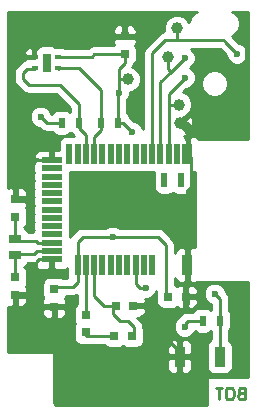
<source format=gbl>
G04 #@! TF.FileFunction,Copper,L2,Bot,Signal*
%FSLAX46Y46*%
G04 Gerber Fmt 4.6, Leading zero omitted, Abs format (unit mm)*
G04 Created by KiCad (PCBNEW 4.0.7-e2-6376~61~ubuntu18.04.1) date Mon Jun  4 01:42:22 2018*
%MOMM*%
%LPD*%
G01*
G04 APERTURE LIST*
%ADD10C,0.100000*%
%ADD11C,0.250000*%
%ADD12R,0.600000X0.350000*%
%ADD13R,0.700000X1.600000*%
%ADD14R,0.500000X1.200000*%
%ADD15R,0.900000X1.800000*%
%ADD16R,0.500000X1.800000*%
%ADD17R,1.800000X0.500000*%
%ADD18R,0.900000X1.700000*%
%ADD19R,1.000000X0.800000*%
%ADD20R,0.500000X0.900000*%
%ADD21C,1.000000*%
%ADD22R,0.800000X0.750000*%
%ADD23R,0.750000X0.800000*%
%ADD24C,0.600000*%
%ADD25C,0.254000*%
G04 APERTURE END LIST*
D10*
D11*
X119070333Y-130357571D02*
X118927476Y-130405190D01*
X118879857Y-130452810D01*
X118832238Y-130548048D01*
X118832238Y-130690905D01*
X118879857Y-130786143D01*
X118927476Y-130833762D01*
X119022714Y-130881381D01*
X119403667Y-130881381D01*
X119403667Y-129881381D01*
X119070333Y-129881381D01*
X118975095Y-129929000D01*
X118927476Y-129976619D01*
X118879857Y-130071857D01*
X118879857Y-130167095D01*
X118927476Y-130262333D01*
X118975095Y-130309952D01*
X119070333Y-130357571D01*
X119403667Y-130357571D01*
X118213191Y-129881381D02*
X118022714Y-129881381D01*
X117927476Y-129929000D01*
X117832238Y-130024238D01*
X117784619Y-130214714D01*
X117784619Y-130548048D01*
X117832238Y-130738524D01*
X117927476Y-130833762D01*
X118022714Y-130881381D01*
X118213191Y-130881381D01*
X118308429Y-130833762D01*
X118403667Y-130738524D01*
X118451286Y-130548048D01*
X118451286Y-130214714D01*
X118403667Y-130024238D01*
X118308429Y-129929000D01*
X118213191Y-129881381D01*
X117498905Y-129881381D02*
X116927476Y-129881381D01*
X117213191Y-130881381D02*
X117213191Y-129881381D01*
D12*
X101616000Y-102862000D03*
X101616000Y-101862000D03*
X103616000Y-102862000D03*
D13*
X102616000Y-102362000D03*
D12*
X103616000Y-101862000D03*
D14*
X112594000Y-112308000D03*
X113994000Y-112308000D03*
D15*
X114544000Y-110108000D03*
D16*
X113644000Y-110108000D03*
X112944000Y-110108000D03*
X112244000Y-110108000D03*
X111544000Y-110108000D03*
X110844000Y-110108000D03*
X110144000Y-110108000D03*
X109444000Y-110108000D03*
X108744000Y-110108000D03*
X108044000Y-110108000D03*
X107344000Y-110108000D03*
X106644000Y-110108000D03*
X105944000Y-110108000D03*
X105244000Y-110108000D03*
X104544000Y-110108000D03*
D17*
X103044000Y-110608000D03*
X103044000Y-111308000D03*
X103044000Y-112008000D03*
X103044000Y-112708000D03*
X103044000Y-113408000D03*
X103044000Y-114108000D03*
X103044000Y-114808000D03*
X103044000Y-115508000D03*
X103044000Y-116208000D03*
X103044000Y-116908000D03*
X103044000Y-117608000D03*
X103044000Y-118308000D03*
X103044000Y-119008000D03*
D15*
X114544000Y-119508000D03*
D16*
X111544000Y-119508000D03*
X110844000Y-119508000D03*
X110144000Y-119508000D03*
X109444000Y-119508000D03*
X108744000Y-119508000D03*
X108044000Y-119508000D03*
X107344000Y-119508000D03*
X106644000Y-119508000D03*
X105944000Y-119508000D03*
X105244000Y-119508000D03*
D18*
X117270000Y-127254000D03*
X113870000Y-127254000D03*
D19*
X99949000Y-117283000D03*
X99949000Y-118683000D03*
D20*
X107200000Y-107442000D03*
X108700000Y-107442000D03*
X103898000Y-107442000D03*
X105398000Y-107442000D03*
X115836000Y-124206000D03*
X117336000Y-124206000D03*
D21*
X112903000Y-101854000D03*
X113893600Y-107492800D03*
X113665000Y-99441000D03*
X113817400Y-105918000D03*
X109474000Y-103759000D03*
D22*
X109970000Y-122936000D03*
X108470000Y-122936000D03*
D23*
X103251000Y-121551000D03*
X103251000Y-123051000D03*
D22*
X114415000Y-122174000D03*
X112915000Y-122174000D03*
D23*
X99949000Y-122035000D03*
X99949000Y-120535000D03*
X99949000Y-113931000D03*
X99949000Y-115431000D03*
X109220000Y-101651500D03*
X109220000Y-100151500D03*
X105918000Y-123710000D03*
X105918000Y-125210000D03*
D22*
X108343000Y-125476000D03*
X109843000Y-125476000D03*
D24*
X119253000Y-100457000D03*
X106807000Y-115824000D03*
X101727000Y-122235000D03*
X101346000Y-113792000D03*
X105029000Y-127889000D03*
X108712000Y-104902000D03*
X114300000Y-124714000D03*
X108204000Y-117094000D03*
X109855000Y-108204000D03*
X102108000Y-106934000D03*
X114300000Y-103632000D03*
X114300000Y-101981000D03*
X118745000Y-101600000D03*
X110998000Y-121412000D03*
X116840000Y-121920000D03*
D11*
X101616000Y-101862000D02*
X100973000Y-101862000D01*
X107874500Y-100151500D02*
X109220000Y-100151500D01*
X107378500Y-100647500D02*
X107874500Y-100151500D01*
X101028500Y-100647500D02*
X107378500Y-100647500D01*
X100647500Y-101028500D02*
X101028500Y-100647500D01*
X100647500Y-101536500D02*
X100647500Y-101028500D01*
X100973000Y-101862000D02*
X100647500Y-101536500D01*
X114544000Y-110108000D02*
X114544000Y-108214000D01*
X114544000Y-108214000D02*
X114808000Y-107950000D01*
X113893600Y-107492800D02*
X114528600Y-107492800D01*
X114528600Y-107492800D02*
X114896900Y-107861100D01*
X119507000Y-100711000D02*
X119253000Y-100457000D01*
X119507000Y-105537000D02*
X119507000Y-100711000D01*
X118237000Y-106807000D02*
X119507000Y-105537000D01*
X115951000Y-106807000D02*
X118237000Y-106807000D01*
X114544000Y-108214000D02*
X114808000Y-107950000D01*
X114808000Y-107950000D02*
X114896900Y-107861100D01*
X114896900Y-107861100D02*
X115951000Y-106807000D01*
X113870000Y-127254000D02*
X113870000Y-126824000D01*
X113870000Y-126824000D02*
X113157000Y-126111000D01*
X114544000Y-115443000D02*
X107442000Y-115443000D01*
X107061000Y-115824000D02*
X106807000Y-115824000D01*
X107442000Y-115443000D02*
X107061000Y-115824000D01*
X114544000Y-119508000D02*
X114544000Y-115443000D01*
X114544000Y-115443000D02*
X114544000Y-113167000D01*
X114808000Y-112903000D02*
X114808000Y-110372000D01*
X114544000Y-113167000D02*
X114808000Y-112903000D01*
X114808000Y-110372000D02*
X114544000Y-110108000D01*
X99949000Y-122235000D02*
X101727000Y-122235000D01*
X99949000Y-113731000D02*
X101412000Y-113731000D01*
X101351000Y-113792000D02*
X101346000Y-113792000D01*
X101412000Y-113731000D02*
X101351000Y-113792000D01*
X103187500Y-125412500D02*
X104394000Y-126619000D01*
X104394000Y-126619000D02*
X104394000Y-127381000D01*
X101727000Y-122235000D02*
X101727000Y-123952000D01*
X101727000Y-123952000D02*
X103187500Y-125412500D01*
X103187500Y-125412500D02*
X103251000Y-125476000D01*
X99949000Y-113731000D02*
X99949000Y-111760000D01*
X101101000Y-110608000D02*
X103044000Y-110608000D01*
X99949000Y-111760000D02*
X100457000Y-111252000D01*
X100457000Y-111252000D02*
X101101000Y-110608000D01*
X101727000Y-122235000D02*
X101727000Y-122301000D01*
X103251000Y-123251000D02*
X103251000Y-125476000D01*
X114544000Y-119508000D02*
X114544000Y-122103000D01*
X114544000Y-122103000D02*
X114615000Y-122174000D01*
X114615000Y-122174000D02*
X114615000Y-122748000D01*
X114615000Y-122748000D02*
X114046000Y-123317000D01*
X111379000Y-122936000D02*
X110170000Y-122936000D01*
X103044000Y-119008000D02*
X101972000Y-119008000D01*
X101727000Y-119253000D02*
X101727000Y-122301000D01*
X101972000Y-119008000D02*
X101727000Y-119253000D01*
X113157000Y-126111000D02*
X113157000Y-123317000D01*
X104394000Y-127381000D02*
X104902000Y-127889000D01*
X114046000Y-123317000D02*
X113157000Y-123317000D01*
X113157000Y-123317000D02*
X112522000Y-123317000D01*
X111760000Y-123317000D02*
X111379000Y-122936000D01*
X112522000Y-123317000D02*
X111760000Y-123317000D01*
X105029000Y-127889000D02*
X111379000Y-127889000D01*
X111379000Y-127889000D02*
X113157000Y-126111000D01*
X104902000Y-127889000D02*
X105029000Y-127889000D01*
X109220000Y-101651500D02*
X106628500Y-101651500D01*
X106628500Y-101651500D02*
X106418000Y-101862000D01*
X109220000Y-101651500D02*
X109220000Y-102362000D01*
X109220000Y-102362000D02*
X108712000Y-102870000D01*
X106418000Y-101862000D02*
X103616000Y-101862000D01*
X109474000Y-103759000D02*
X108712000Y-103759000D01*
X108712000Y-102870000D02*
X108712000Y-103759000D01*
X108712000Y-103759000D02*
X108712000Y-104902000D01*
X108712000Y-104902000D02*
X108712000Y-104521000D01*
X108700000Y-104902000D02*
X108700000Y-104914000D01*
X108712000Y-104902000D02*
X108700000Y-104914000D01*
X115836000Y-124206000D02*
X114554000Y-124206000D01*
X114300000Y-124460000D02*
X114300000Y-124714000D01*
X114554000Y-124206000D02*
X114300000Y-124460000D01*
X103898000Y-107442000D02*
X102616000Y-107442000D01*
X109093000Y-107442000D02*
X108700000Y-107442000D01*
X109855000Y-108204000D02*
X109093000Y-107442000D01*
X102616000Y-107442000D02*
X102108000Y-106934000D01*
X108700000Y-107442000D02*
X108700000Y-106172000D01*
X108700000Y-106172000D02*
X108700000Y-105156000D01*
X108700000Y-105156000D02*
X108700000Y-104902000D01*
X103771000Y-107315000D02*
X103898000Y-107442000D01*
X105244000Y-119508000D02*
X105244000Y-117514000D01*
X105244000Y-117514000D02*
X105664000Y-117094000D01*
X105664000Y-117094000D02*
X108204000Y-117094000D01*
X112715000Y-117795000D02*
X112715000Y-122174000D01*
X108204000Y-117094000D02*
X112014000Y-117094000D01*
X112014000Y-117094000D02*
X112715000Y-117795000D01*
X105244000Y-119508000D02*
X105244000Y-120943000D01*
X104836000Y-121351000D02*
X103251000Y-121351000D01*
X105244000Y-120943000D02*
X104836000Y-121351000D01*
X108270000Y-122936000D02*
X108270000Y-123637000D01*
X110043000Y-124775000D02*
X110043000Y-125476000D01*
X109474000Y-124206000D02*
X110043000Y-124775000D01*
X108839000Y-124206000D02*
X109474000Y-124206000D01*
X108270000Y-123637000D02*
X108839000Y-124206000D01*
X106644000Y-119508000D02*
X106644000Y-122138000D01*
X107442000Y-122936000D02*
X108270000Y-122936000D01*
X106644000Y-122138000D02*
X107442000Y-122936000D01*
X99949000Y-120335000D02*
X99949000Y-118533000D01*
X103044000Y-118308000D02*
X101783000Y-118308000D01*
X101783000Y-118308000D02*
X101558000Y-118533000D01*
X101558000Y-118533000D02*
X99949000Y-118533000D01*
X99949000Y-120335000D02*
X99949000Y-120269000D01*
X103044000Y-117608000D02*
X101860000Y-117608000D01*
X101685000Y-117433000D02*
X99949000Y-117433000D01*
X101860000Y-117608000D02*
X101685000Y-117433000D01*
X103044000Y-117608000D02*
X101987000Y-117608000D01*
X99991000Y-117475000D02*
X99949000Y-117433000D01*
X99949000Y-115631000D02*
X99949000Y-117433000D01*
X112944000Y-105918000D02*
X113665000Y-105918000D01*
X112944000Y-110108000D02*
X112944000Y-105918000D01*
X112944000Y-105918000D02*
X112944000Y-104988000D01*
X112944000Y-104988000D02*
X114300000Y-103632000D01*
X112903000Y-101854000D02*
X112903000Y-102870000D01*
X112903000Y-102870000D02*
X113157000Y-103124000D01*
X112244000Y-110108000D02*
X112244000Y-104037000D01*
X112244000Y-104037000D02*
X113157000Y-103124000D01*
X113157000Y-103124000D02*
X114300000Y-101981000D01*
X113665000Y-99441000D02*
X113665000Y-100457000D01*
X113792000Y-100457000D02*
X117602000Y-100457000D01*
X118745000Y-101600000D02*
X117729000Y-100584000D01*
X117602000Y-100457000D02*
X117729000Y-100584000D01*
X111544000Y-103124000D02*
X111544000Y-101562000D01*
X112649000Y-100457000D02*
X113665000Y-100457000D01*
X113665000Y-100457000D02*
X113792000Y-100457000D01*
X111544000Y-101562000D02*
X112649000Y-100457000D01*
X111544000Y-103086000D02*
X111544000Y-103124000D01*
X111544000Y-103124000D02*
X111544000Y-110108000D01*
X107200000Y-107442000D02*
X107200000Y-104723500D01*
X105338500Y-102862000D02*
X103616000Y-102862000D01*
X107200000Y-104723500D02*
X105338500Y-102862000D01*
X103624000Y-102870000D02*
X103616000Y-102878000D01*
X107188000Y-107430000D02*
X107200000Y-107442000D01*
X106644000Y-110108000D02*
X106644000Y-108621000D01*
X107200000Y-108065000D02*
X107200000Y-107442000D01*
X106644000Y-108621000D02*
X107200000Y-108065000D01*
X105398000Y-107442000D02*
X105398000Y-105906000D01*
X100965000Y-102870000D02*
X101608000Y-102870000D01*
X100584000Y-103251000D02*
X100965000Y-102870000D01*
X100584000Y-103759000D02*
X100584000Y-103251000D01*
X101092000Y-104267000D02*
X100584000Y-103759000D01*
X103759000Y-104267000D02*
X101092000Y-104267000D01*
X105398000Y-105906000D02*
X103759000Y-104267000D01*
X101608000Y-102870000D02*
X101616000Y-102862000D01*
X105944000Y-110108000D02*
X105944000Y-108484000D01*
X105398000Y-107938000D02*
X105398000Y-107442000D01*
X105944000Y-108484000D02*
X105398000Y-107938000D01*
X105944000Y-119508000D02*
X105944000Y-123484000D01*
X105944000Y-123484000D02*
X105918000Y-123510000D01*
X108143000Y-125476000D02*
X105984000Y-125476000D01*
X105984000Y-125476000D02*
X105918000Y-125410000D01*
X117336000Y-124206000D02*
X117336000Y-122416000D01*
X110144000Y-121066000D02*
X110144000Y-119508000D01*
X110490000Y-121412000D02*
X110144000Y-121066000D01*
X110998000Y-121412000D02*
X110490000Y-121412000D01*
X117336000Y-122416000D02*
X116840000Y-121920000D01*
X117336000Y-124206000D02*
X117336000Y-127188000D01*
X117336000Y-127188000D02*
X117270000Y-127254000D01*
D25*
G36*
X115189000Y-118001452D02*
X115120310Y-117973000D01*
X114829750Y-117973000D01*
X114671000Y-118131750D01*
X114671000Y-119381000D01*
X114691000Y-119381000D01*
X114691000Y-119635000D01*
X114671000Y-119635000D01*
X114671000Y-120884250D01*
X114829750Y-121043000D01*
X115120310Y-121043000D01*
X115353699Y-120946327D01*
X115396026Y-120904000D01*
X119686000Y-120904000D01*
X119686000Y-128969000D01*
X116197238Y-128969000D01*
X116197238Y-131318000D01*
X103315339Y-131318000D01*
X103251000Y-130994548D01*
X103251000Y-127539750D01*
X112785000Y-127539750D01*
X112785000Y-128230310D01*
X112881673Y-128463699D01*
X113060302Y-128642327D01*
X113293691Y-128739000D01*
X113584250Y-128739000D01*
X113743000Y-128580250D01*
X113743000Y-127381000D01*
X113997000Y-127381000D01*
X113997000Y-128580250D01*
X114155750Y-128739000D01*
X114446309Y-128739000D01*
X114679698Y-128642327D01*
X114858327Y-128463699D01*
X114955000Y-128230310D01*
X114955000Y-127539750D01*
X114796250Y-127381000D01*
X113997000Y-127381000D01*
X113743000Y-127381000D01*
X112943750Y-127381000D01*
X112785000Y-127539750D01*
X103251000Y-127539750D01*
X103251000Y-127000000D01*
X103240994Y-126950590D01*
X103212553Y-126908965D01*
X103170159Y-126881685D01*
X103124000Y-126873000D01*
X99314000Y-126873000D01*
X99314000Y-123336750D01*
X102241000Y-123336750D01*
X102241000Y-123577309D01*
X102337673Y-123810698D01*
X102516301Y-123989327D01*
X102749690Y-124086000D01*
X102965250Y-124086000D01*
X103124000Y-123927250D01*
X103124000Y-123178000D01*
X103378000Y-123178000D01*
X103378000Y-123927250D01*
X103536750Y-124086000D01*
X103752310Y-124086000D01*
X103985699Y-123989327D01*
X104164327Y-123810698D01*
X104261000Y-123577309D01*
X104261000Y-123336750D01*
X104102250Y-123178000D01*
X103378000Y-123178000D01*
X103124000Y-123178000D01*
X102399750Y-123178000D01*
X102241000Y-123336750D01*
X99314000Y-123336750D01*
X99314000Y-123014624D01*
X99447690Y-123070000D01*
X99663250Y-123070000D01*
X99822000Y-122911250D01*
X99822000Y-122162000D01*
X100076000Y-122162000D01*
X100076000Y-122911250D01*
X100234750Y-123070000D01*
X100450310Y-123070000D01*
X100683699Y-122973327D01*
X100862327Y-122794698D01*
X100959000Y-122561309D01*
X100959000Y-122320750D01*
X100800250Y-122162000D01*
X100076000Y-122162000D01*
X99822000Y-122162000D01*
X99802000Y-122162000D01*
X99802000Y-121908000D01*
X99822000Y-121908000D01*
X99822000Y-121888000D01*
X100076000Y-121888000D01*
X100076000Y-121908000D01*
X100800250Y-121908000D01*
X100959000Y-121749250D01*
X100959000Y-121508691D01*
X100862327Y-121275302D01*
X100860957Y-121273932D01*
X100920431Y-121186890D01*
X100971440Y-120935000D01*
X100971440Y-120135000D01*
X100927162Y-119899683D01*
X100788090Y-119683559D01*
X100739721Y-119650510D01*
X100900441Y-119547090D01*
X101045431Y-119334890D01*
X101053914Y-119293000D01*
X101509000Y-119293000D01*
X101509000Y-119384309D01*
X101605673Y-119617698D01*
X101784301Y-119796327D01*
X102017690Y-119893000D01*
X102758250Y-119893000D01*
X102917000Y-119734250D01*
X102917000Y-119205440D01*
X103171000Y-119205440D01*
X103171000Y-119734250D01*
X103329750Y-119893000D01*
X104070310Y-119893000D01*
X104303699Y-119796327D01*
X104346560Y-119753466D01*
X104346560Y-120408000D01*
X104380994Y-120591000D01*
X103931209Y-120591000D01*
X103877890Y-120554569D01*
X103626000Y-120503560D01*
X102876000Y-120503560D01*
X102640683Y-120547838D01*
X102424559Y-120686910D01*
X102279569Y-120899110D01*
X102228560Y-121151000D01*
X102228560Y-121951000D01*
X102272838Y-122186317D01*
X102339329Y-122289646D01*
X102337673Y-122291302D01*
X102241000Y-122524691D01*
X102241000Y-122765250D01*
X102399750Y-122924000D01*
X103124000Y-122924000D01*
X103124000Y-122904000D01*
X103378000Y-122904000D01*
X103378000Y-122924000D01*
X104102250Y-122924000D01*
X104261000Y-122765250D01*
X104261000Y-122524691D01*
X104164327Y-122291302D01*
X104162957Y-122289932D01*
X104222431Y-122202890D01*
X104241039Y-122111000D01*
X104836000Y-122111000D01*
X105126839Y-122053148D01*
X105184000Y-122014954D01*
X105184000Y-122786426D01*
X105091559Y-122845910D01*
X104946569Y-123058110D01*
X104895560Y-123310000D01*
X104895560Y-124110000D01*
X104939838Y-124345317D01*
X105013620Y-124459978D01*
X104946569Y-124558110D01*
X104895560Y-124810000D01*
X104895560Y-125610000D01*
X104939838Y-125845317D01*
X105078910Y-126061441D01*
X105291110Y-126206431D01*
X105543000Y-126257440D01*
X106293000Y-126257440D01*
X106406944Y-126236000D01*
X107436156Y-126236000D01*
X107478910Y-126302441D01*
X107691110Y-126447431D01*
X107943000Y-126498440D01*
X108743000Y-126498440D01*
X108978317Y-126454162D01*
X109092978Y-126380380D01*
X109191110Y-126447431D01*
X109443000Y-126498440D01*
X110243000Y-126498440D01*
X110478317Y-126454162D01*
X110694441Y-126315090D01*
X110719995Y-126277690D01*
X112785000Y-126277690D01*
X112785000Y-126968250D01*
X112943750Y-127127000D01*
X113743000Y-127127000D01*
X113743000Y-125927750D01*
X113997000Y-125927750D01*
X113997000Y-127127000D01*
X114796250Y-127127000D01*
X114955000Y-126968250D01*
X114955000Y-126277690D01*
X114858327Y-126044301D01*
X114679698Y-125865673D01*
X114446309Y-125769000D01*
X114155750Y-125769000D01*
X113997000Y-125927750D01*
X113743000Y-125927750D01*
X113584250Y-125769000D01*
X113293691Y-125769000D01*
X113060302Y-125865673D01*
X112881673Y-126044301D01*
X112785000Y-126277690D01*
X110719995Y-126277690D01*
X110839431Y-126102890D01*
X110890440Y-125851000D01*
X110890440Y-125101000D01*
X110852463Y-124899167D01*
X113364838Y-124899167D01*
X113506883Y-125242943D01*
X113769673Y-125506192D01*
X114113201Y-125648838D01*
X114485167Y-125649162D01*
X114828943Y-125507117D01*
X115092192Y-125244327D01*
X115143038Y-125121877D01*
X115334110Y-125252431D01*
X115586000Y-125303440D01*
X116086000Y-125303440D01*
X116321317Y-125259162D01*
X116537441Y-125120090D01*
X116576000Y-125063657D01*
X116576000Y-125806425D01*
X116368559Y-125939910D01*
X116223569Y-126152110D01*
X116172560Y-126404000D01*
X116172560Y-128104000D01*
X116216838Y-128339317D01*
X116355910Y-128555441D01*
X116568110Y-128700431D01*
X116820000Y-128751440D01*
X117720000Y-128751440D01*
X117955317Y-128707162D01*
X118171441Y-128568090D01*
X118316431Y-128355890D01*
X118367440Y-128104000D01*
X118367440Y-126404000D01*
X118323162Y-126168683D01*
X118184090Y-125952559D01*
X118096000Y-125892370D01*
X118096000Y-125034386D01*
X118182431Y-124907890D01*
X118233440Y-124656000D01*
X118233440Y-123756000D01*
X118189162Y-123520683D01*
X118096000Y-123375905D01*
X118096000Y-122416000D01*
X118038148Y-122125161D01*
X117873401Y-121878599D01*
X117775122Y-121780320D01*
X117775162Y-121734833D01*
X117633117Y-121391057D01*
X117370327Y-121127808D01*
X117026799Y-120985162D01*
X116654833Y-120984838D01*
X116311057Y-121126883D01*
X116047808Y-121389673D01*
X115905162Y-121733201D01*
X115904838Y-122105167D01*
X116046883Y-122448943D01*
X116309673Y-122712192D01*
X116576000Y-122822781D01*
X116576000Y-123344824D01*
X116550090Y-123304559D01*
X116337890Y-123159569D01*
X116086000Y-123108560D01*
X115586000Y-123108560D01*
X115350683Y-123152838D01*
X115134559Y-123291910D01*
X115029274Y-123446000D01*
X114554000Y-123446000D01*
X114263160Y-123503852D01*
X114016599Y-123668599D01*
X113762599Y-123922599D01*
X113749100Y-123942802D01*
X113507808Y-124183673D01*
X113365162Y-124527201D01*
X113364838Y-124899167D01*
X110852463Y-124899167D01*
X110846162Y-124865683D01*
X110803000Y-124798607D01*
X110803000Y-124775000D01*
X110745148Y-124484161D01*
X110580401Y-124237599D01*
X110288802Y-123946000D01*
X110496309Y-123946000D01*
X110729698Y-123849327D01*
X110908327Y-123670699D01*
X111005000Y-123437310D01*
X111005000Y-123221750D01*
X110846250Y-123063000D01*
X110097000Y-123063000D01*
X110097000Y-123083000D01*
X109843000Y-123083000D01*
X109843000Y-123063000D01*
X109823000Y-123063000D01*
X109823000Y-122809000D01*
X109843000Y-122809000D01*
X109843000Y-122789000D01*
X110097000Y-122789000D01*
X110097000Y-122809000D01*
X110846250Y-122809000D01*
X111005000Y-122650250D01*
X111005000Y-122434690D01*
X110968667Y-122346975D01*
X111183167Y-122347162D01*
X111526943Y-122205117D01*
X111790192Y-121942327D01*
X111884555Y-121715077D01*
X111867560Y-121799000D01*
X111867560Y-122549000D01*
X111911838Y-122784317D01*
X112050910Y-123000441D01*
X112263110Y-123145431D01*
X112515000Y-123196440D01*
X113315000Y-123196440D01*
X113550317Y-123152162D01*
X113653646Y-123085671D01*
X113655302Y-123087327D01*
X113888691Y-123184000D01*
X114129250Y-123184000D01*
X114288000Y-123025250D01*
X114288000Y-122301000D01*
X114542000Y-122301000D01*
X114542000Y-123025250D01*
X114700750Y-123184000D01*
X114941309Y-123184000D01*
X115174698Y-123087327D01*
X115353327Y-122908699D01*
X115450000Y-122675310D01*
X115450000Y-122459750D01*
X115291250Y-122301000D01*
X114542000Y-122301000D01*
X114288000Y-122301000D01*
X114268000Y-122301000D01*
X114268000Y-122047000D01*
X114288000Y-122047000D01*
X114288000Y-121322750D01*
X114542000Y-121322750D01*
X114542000Y-122047000D01*
X115291250Y-122047000D01*
X115450000Y-121888250D01*
X115450000Y-121672690D01*
X115353327Y-121439301D01*
X115174698Y-121260673D01*
X114941309Y-121164000D01*
X114700750Y-121164000D01*
X114542000Y-121322750D01*
X114288000Y-121322750D01*
X114129250Y-121164000D01*
X113888691Y-121164000D01*
X113655302Y-121260673D01*
X113653932Y-121262043D01*
X113566890Y-121202569D01*
X113475000Y-121183961D01*
X113475000Y-120572936D01*
X113555673Y-120767698D01*
X113734301Y-120946327D01*
X113967690Y-121043000D01*
X114258250Y-121043000D01*
X114417000Y-120884250D01*
X114417000Y-119635000D01*
X114397000Y-119635000D01*
X114397000Y-119381000D01*
X114417000Y-119381000D01*
X114417000Y-118131750D01*
X114258250Y-117973000D01*
X113967690Y-117973000D01*
X113734301Y-118069673D01*
X113555673Y-118248302D01*
X113475000Y-118443064D01*
X113475000Y-117795000D01*
X113417148Y-117504161D01*
X113252401Y-117257599D01*
X112551401Y-116556599D01*
X112304839Y-116391852D01*
X112014000Y-116334000D01*
X108766463Y-116334000D01*
X108734327Y-116301808D01*
X108390799Y-116159162D01*
X108018833Y-116158838D01*
X107675057Y-116300883D01*
X107641882Y-116334000D01*
X105664000Y-116334000D01*
X105373161Y-116391852D01*
X105126599Y-116556599D01*
X104706599Y-116976599D01*
X104591440Y-117148947D01*
X104591440Y-116658000D01*
X104571933Y-116554329D01*
X104591440Y-116458000D01*
X104591440Y-115958000D01*
X104571933Y-115854329D01*
X104591440Y-115758000D01*
X104591440Y-115258000D01*
X104571933Y-115154329D01*
X104591440Y-115058000D01*
X104591440Y-114558000D01*
X104571933Y-114454329D01*
X104591440Y-114358000D01*
X104591440Y-113858000D01*
X104571933Y-113754329D01*
X104591440Y-113658000D01*
X104591440Y-113158000D01*
X104571933Y-113054329D01*
X104591440Y-112958000D01*
X104591440Y-112458000D01*
X104571933Y-112354329D01*
X104591440Y-112258000D01*
X104591440Y-111758000D01*
X104572142Y-111655440D01*
X104794000Y-111655440D01*
X104897671Y-111635933D01*
X104994000Y-111655440D01*
X105494000Y-111655440D01*
X105597671Y-111635933D01*
X105694000Y-111655440D01*
X106194000Y-111655440D01*
X106297671Y-111635933D01*
X106394000Y-111655440D01*
X106894000Y-111655440D01*
X106997671Y-111635933D01*
X107094000Y-111655440D01*
X107594000Y-111655440D01*
X107697671Y-111635933D01*
X107794000Y-111655440D01*
X108294000Y-111655440D01*
X108397671Y-111635933D01*
X108494000Y-111655440D01*
X108994000Y-111655440D01*
X109097671Y-111635933D01*
X109194000Y-111655440D01*
X109694000Y-111655440D01*
X109797671Y-111635933D01*
X109894000Y-111655440D01*
X110394000Y-111655440D01*
X110497671Y-111635933D01*
X110594000Y-111655440D01*
X111094000Y-111655440D01*
X111197671Y-111635933D01*
X111294000Y-111655440D01*
X111707204Y-111655440D01*
X111696560Y-111708000D01*
X111696560Y-112908000D01*
X111740838Y-113143317D01*
X111879910Y-113359441D01*
X112092110Y-113504431D01*
X112344000Y-113555440D01*
X112844000Y-113555440D01*
X113079317Y-113511162D01*
X113295441Y-113372090D01*
X113296390Y-113370701D01*
X113492110Y-113504431D01*
X113744000Y-113555440D01*
X114244000Y-113555440D01*
X114479317Y-113511162D01*
X114695441Y-113372090D01*
X114840431Y-113159890D01*
X114891440Y-112908000D01*
X114891440Y-111708000D01*
X114879209Y-111643000D01*
X115120310Y-111643000D01*
X115189000Y-111614548D01*
X115189000Y-118001452D01*
X115189000Y-118001452D01*
G37*
X115189000Y-118001452D02*
X115120310Y-117973000D01*
X114829750Y-117973000D01*
X114671000Y-118131750D01*
X114671000Y-119381000D01*
X114691000Y-119381000D01*
X114691000Y-119635000D01*
X114671000Y-119635000D01*
X114671000Y-120884250D01*
X114829750Y-121043000D01*
X115120310Y-121043000D01*
X115353699Y-120946327D01*
X115396026Y-120904000D01*
X119686000Y-120904000D01*
X119686000Y-128969000D01*
X116197238Y-128969000D01*
X116197238Y-131318000D01*
X103315339Y-131318000D01*
X103251000Y-130994548D01*
X103251000Y-127539750D01*
X112785000Y-127539750D01*
X112785000Y-128230310D01*
X112881673Y-128463699D01*
X113060302Y-128642327D01*
X113293691Y-128739000D01*
X113584250Y-128739000D01*
X113743000Y-128580250D01*
X113743000Y-127381000D01*
X113997000Y-127381000D01*
X113997000Y-128580250D01*
X114155750Y-128739000D01*
X114446309Y-128739000D01*
X114679698Y-128642327D01*
X114858327Y-128463699D01*
X114955000Y-128230310D01*
X114955000Y-127539750D01*
X114796250Y-127381000D01*
X113997000Y-127381000D01*
X113743000Y-127381000D01*
X112943750Y-127381000D01*
X112785000Y-127539750D01*
X103251000Y-127539750D01*
X103251000Y-127000000D01*
X103240994Y-126950590D01*
X103212553Y-126908965D01*
X103170159Y-126881685D01*
X103124000Y-126873000D01*
X99314000Y-126873000D01*
X99314000Y-123336750D01*
X102241000Y-123336750D01*
X102241000Y-123577309D01*
X102337673Y-123810698D01*
X102516301Y-123989327D01*
X102749690Y-124086000D01*
X102965250Y-124086000D01*
X103124000Y-123927250D01*
X103124000Y-123178000D01*
X103378000Y-123178000D01*
X103378000Y-123927250D01*
X103536750Y-124086000D01*
X103752310Y-124086000D01*
X103985699Y-123989327D01*
X104164327Y-123810698D01*
X104261000Y-123577309D01*
X104261000Y-123336750D01*
X104102250Y-123178000D01*
X103378000Y-123178000D01*
X103124000Y-123178000D01*
X102399750Y-123178000D01*
X102241000Y-123336750D01*
X99314000Y-123336750D01*
X99314000Y-123014624D01*
X99447690Y-123070000D01*
X99663250Y-123070000D01*
X99822000Y-122911250D01*
X99822000Y-122162000D01*
X100076000Y-122162000D01*
X100076000Y-122911250D01*
X100234750Y-123070000D01*
X100450310Y-123070000D01*
X100683699Y-122973327D01*
X100862327Y-122794698D01*
X100959000Y-122561309D01*
X100959000Y-122320750D01*
X100800250Y-122162000D01*
X100076000Y-122162000D01*
X99822000Y-122162000D01*
X99802000Y-122162000D01*
X99802000Y-121908000D01*
X99822000Y-121908000D01*
X99822000Y-121888000D01*
X100076000Y-121888000D01*
X100076000Y-121908000D01*
X100800250Y-121908000D01*
X100959000Y-121749250D01*
X100959000Y-121508691D01*
X100862327Y-121275302D01*
X100860957Y-121273932D01*
X100920431Y-121186890D01*
X100971440Y-120935000D01*
X100971440Y-120135000D01*
X100927162Y-119899683D01*
X100788090Y-119683559D01*
X100739721Y-119650510D01*
X100900441Y-119547090D01*
X101045431Y-119334890D01*
X101053914Y-119293000D01*
X101509000Y-119293000D01*
X101509000Y-119384309D01*
X101605673Y-119617698D01*
X101784301Y-119796327D01*
X102017690Y-119893000D01*
X102758250Y-119893000D01*
X102917000Y-119734250D01*
X102917000Y-119205440D01*
X103171000Y-119205440D01*
X103171000Y-119734250D01*
X103329750Y-119893000D01*
X104070310Y-119893000D01*
X104303699Y-119796327D01*
X104346560Y-119753466D01*
X104346560Y-120408000D01*
X104380994Y-120591000D01*
X103931209Y-120591000D01*
X103877890Y-120554569D01*
X103626000Y-120503560D01*
X102876000Y-120503560D01*
X102640683Y-120547838D01*
X102424559Y-120686910D01*
X102279569Y-120899110D01*
X102228560Y-121151000D01*
X102228560Y-121951000D01*
X102272838Y-122186317D01*
X102339329Y-122289646D01*
X102337673Y-122291302D01*
X102241000Y-122524691D01*
X102241000Y-122765250D01*
X102399750Y-122924000D01*
X103124000Y-122924000D01*
X103124000Y-122904000D01*
X103378000Y-122904000D01*
X103378000Y-122924000D01*
X104102250Y-122924000D01*
X104261000Y-122765250D01*
X104261000Y-122524691D01*
X104164327Y-122291302D01*
X104162957Y-122289932D01*
X104222431Y-122202890D01*
X104241039Y-122111000D01*
X104836000Y-122111000D01*
X105126839Y-122053148D01*
X105184000Y-122014954D01*
X105184000Y-122786426D01*
X105091559Y-122845910D01*
X104946569Y-123058110D01*
X104895560Y-123310000D01*
X104895560Y-124110000D01*
X104939838Y-124345317D01*
X105013620Y-124459978D01*
X104946569Y-124558110D01*
X104895560Y-124810000D01*
X104895560Y-125610000D01*
X104939838Y-125845317D01*
X105078910Y-126061441D01*
X105291110Y-126206431D01*
X105543000Y-126257440D01*
X106293000Y-126257440D01*
X106406944Y-126236000D01*
X107436156Y-126236000D01*
X107478910Y-126302441D01*
X107691110Y-126447431D01*
X107943000Y-126498440D01*
X108743000Y-126498440D01*
X108978317Y-126454162D01*
X109092978Y-126380380D01*
X109191110Y-126447431D01*
X109443000Y-126498440D01*
X110243000Y-126498440D01*
X110478317Y-126454162D01*
X110694441Y-126315090D01*
X110719995Y-126277690D01*
X112785000Y-126277690D01*
X112785000Y-126968250D01*
X112943750Y-127127000D01*
X113743000Y-127127000D01*
X113743000Y-125927750D01*
X113997000Y-125927750D01*
X113997000Y-127127000D01*
X114796250Y-127127000D01*
X114955000Y-126968250D01*
X114955000Y-126277690D01*
X114858327Y-126044301D01*
X114679698Y-125865673D01*
X114446309Y-125769000D01*
X114155750Y-125769000D01*
X113997000Y-125927750D01*
X113743000Y-125927750D01*
X113584250Y-125769000D01*
X113293691Y-125769000D01*
X113060302Y-125865673D01*
X112881673Y-126044301D01*
X112785000Y-126277690D01*
X110719995Y-126277690D01*
X110839431Y-126102890D01*
X110890440Y-125851000D01*
X110890440Y-125101000D01*
X110852463Y-124899167D01*
X113364838Y-124899167D01*
X113506883Y-125242943D01*
X113769673Y-125506192D01*
X114113201Y-125648838D01*
X114485167Y-125649162D01*
X114828943Y-125507117D01*
X115092192Y-125244327D01*
X115143038Y-125121877D01*
X115334110Y-125252431D01*
X115586000Y-125303440D01*
X116086000Y-125303440D01*
X116321317Y-125259162D01*
X116537441Y-125120090D01*
X116576000Y-125063657D01*
X116576000Y-125806425D01*
X116368559Y-125939910D01*
X116223569Y-126152110D01*
X116172560Y-126404000D01*
X116172560Y-128104000D01*
X116216838Y-128339317D01*
X116355910Y-128555441D01*
X116568110Y-128700431D01*
X116820000Y-128751440D01*
X117720000Y-128751440D01*
X117955317Y-128707162D01*
X118171441Y-128568090D01*
X118316431Y-128355890D01*
X118367440Y-128104000D01*
X118367440Y-126404000D01*
X118323162Y-126168683D01*
X118184090Y-125952559D01*
X118096000Y-125892370D01*
X118096000Y-125034386D01*
X118182431Y-124907890D01*
X118233440Y-124656000D01*
X118233440Y-123756000D01*
X118189162Y-123520683D01*
X118096000Y-123375905D01*
X118096000Y-122416000D01*
X118038148Y-122125161D01*
X117873401Y-121878599D01*
X117775122Y-121780320D01*
X117775162Y-121734833D01*
X117633117Y-121391057D01*
X117370327Y-121127808D01*
X117026799Y-120985162D01*
X116654833Y-120984838D01*
X116311057Y-121126883D01*
X116047808Y-121389673D01*
X115905162Y-121733201D01*
X115904838Y-122105167D01*
X116046883Y-122448943D01*
X116309673Y-122712192D01*
X116576000Y-122822781D01*
X116576000Y-123344824D01*
X116550090Y-123304559D01*
X116337890Y-123159569D01*
X116086000Y-123108560D01*
X115586000Y-123108560D01*
X115350683Y-123152838D01*
X115134559Y-123291910D01*
X115029274Y-123446000D01*
X114554000Y-123446000D01*
X114263160Y-123503852D01*
X114016599Y-123668599D01*
X113762599Y-123922599D01*
X113749100Y-123942802D01*
X113507808Y-124183673D01*
X113365162Y-124527201D01*
X113364838Y-124899167D01*
X110852463Y-124899167D01*
X110846162Y-124865683D01*
X110803000Y-124798607D01*
X110803000Y-124775000D01*
X110745148Y-124484161D01*
X110580401Y-124237599D01*
X110288802Y-123946000D01*
X110496309Y-123946000D01*
X110729698Y-123849327D01*
X110908327Y-123670699D01*
X111005000Y-123437310D01*
X111005000Y-123221750D01*
X110846250Y-123063000D01*
X110097000Y-123063000D01*
X110097000Y-123083000D01*
X109843000Y-123083000D01*
X109843000Y-123063000D01*
X109823000Y-123063000D01*
X109823000Y-122809000D01*
X109843000Y-122809000D01*
X109843000Y-122789000D01*
X110097000Y-122789000D01*
X110097000Y-122809000D01*
X110846250Y-122809000D01*
X111005000Y-122650250D01*
X111005000Y-122434690D01*
X110968667Y-122346975D01*
X111183167Y-122347162D01*
X111526943Y-122205117D01*
X111790192Y-121942327D01*
X111884555Y-121715077D01*
X111867560Y-121799000D01*
X111867560Y-122549000D01*
X111911838Y-122784317D01*
X112050910Y-123000441D01*
X112263110Y-123145431D01*
X112515000Y-123196440D01*
X113315000Y-123196440D01*
X113550317Y-123152162D01*
X113653646Y-123085671D01*
X113655302Y-123087327D01*
X113888691Y-123184000D01*
X114129250Y-123184000D01*
X114288000Y-123025250D01*
X114288000Y-122301000D01*
X114542000Y-122301000D01*
X114542000Y-123025250D01*
X114700750Y-123184000D01*
X114941309Y-123184000D01*
X115174698Y-123087327D01*
X115353327Y-122908699D01*
X115450000Y-122675310D01*
X115450000Y-122459750D01*
X115291250Y-122301000D01*
X114542000Y-122301000D01*
X114288000Y-122301000D01*
X114268000Y-122301000D01*
X114268000Y-122047000D01*
X114288000Y-122047000D01*
X114288000Y-121322750D01*
X114542000Y-121322750D01*
X114542000Y-122047000D01*
X115291250Y-122047000D01*
X115450000Y-121888250D01*
X115450000Y-121672690D01*
X115353327Y-121439301D01*
X115174698Y-121260673D01*
X114941309Y-121164000D01*
X114700750Y-121164000D01*
X114542000Y-121322750D01*
X114288000Y-121322750D01*
X114129250Y-121164000D01*
X113888691Y-121164000D01*
X113655302Y-121260673D01*
X113653932Y-121262043D01*
X113566890Y-121202569D01*
X113475000Y-121183961D01*
X113475000Y-120572936D01*
X113555673Y-120767698D01*
X113734301Y-120946327D01*
X113967690Y-121043000D01*
X114258250Y-121043000D01*
X114417000Y-120884250D01*
X114417000Y-119635000D01*
X114397000Y-119635000D01*
X114397000Y-119381000D01*
X114417000Y-119381000D01*
X114417000Y-118131750D01*
X114258250Y-117973000D01*
X113967690Y-117973000D01*
X113734301Y-118069673D01*
X113555673Y-118248302D01*
X113475000Y-118443064D01*
X113475000Y-117795000D01*
X113417148Y-117504161D01*
X113252401Y-117257599D01*
X112551401Y-116556599D01*
X112304839Y-116391852D01*
X112014000Y-116334000D01*
X108766463Y-116334000D01*
X108734327Y-116301808D01*
X108390799Y-116159162D01*
X108018833Y-116158838D01*
X107675057Y-116300883D01*
X107641882Y-116334000D01*
X105664000Y-116334000D01*
X105373161Y-116391852D01*
X105126599Y-116556599D01*
X104706599Y-116976599D01*
X104591440Y-117148947D01*
X104591440Y-116658000D01*
X104571933Y-116554329D01*
X104591440Y-116458000D01*
X104591440Y-115958000D01*
X104571933Y-115854329D01*
X104591440Y-115758000D01*
X104591440Y-115258000D01*
X104571933Y-115154329D01*
X104591440Y-115058000D01*
X104591440Y-114558000D01*
X104571933Y-114454329D01*
X104591440Y-114358000D01*
X104591440Y-113858000D01*
X104571933Y-113754329D01*
X104591440Y-113658000D01*
X104591440Y-113158000D01*
X104571933Y-113054329D01*
X104591440Y-112958000D01*
X104591440Y-112458000D01*
X104571933Y-112354329D01*
X104591440Y-112258000D01*
X104591440Y-111758000D01*
X104572142Y-111655440D01*
X104794000Y-111655440D01*
X104897671Y-111635933D01*
X104994000Y-111655440D01*
X105494000Y-111655440D01*
X105597671Y-111635933D01*
X105694000Y-111655440D01*
X106194000Y-111655440D01*
X106297671Y-111635933D01*
X106394000Y-111655440D01*
X106894000Y-111655440D01*
X106997671Y-111635933D01*
X107094000Y-111655440D01*
X107594000Y-111655440D01*
X107697671Y-111635933D01*
X107794000Y-111655440D01*
X108294000Y-111655440D01*
X108397671Y-111635933D01*
X108494000Y-111655440D01*
X108994000Y-111655440D01*
X109097671Y-111635933D01*
X109194000Y-111655440D01*
X109694000Y-111655440D01*
X109797671Y-111635933D01*
X109894000Y-111655440D01*
X110394000Y-111655440D01*
X110497671Y-111635933D01*
X110594000Y-111655440D01*
X111094000Y-111655440D01*
X111197671Y-111635933D01*
X111294000Y-111655440D01*
X111707204Y-111655440D01*
X111696560Y-111708000D01*
X111696560Y-112908000D01*
X111740838Y-113143317D01*
X111879910Y-113359441D01*
X112092110Y-113504431D01*
X112344000Y-113555440D01*
X112844000Y-113555440D01*
X113079317Y-113511162D01*
X113295441Y-113372090D01*
X113296390Y-113370701D01*
X113492110Y-113504431D01*
X113744000Y-113555440D01*
X114244000Y-113555440D01*
X114479317Y-113511162D01*
X114695441Y-113372090D01*
X114840431Y-113159890D01*
X114891440Y-112908000D01*
X114891440Y-111708000D01*
X114879209Y-111643000D01*
X115120310Y-111643000D01*
X115189000Y-111614548D01*
X115189000Y-118001452D01*
G36*
X115186010Y-98103374D02*
X114868489Y-98420341D01*
X114696436Y-98834691D01*
X114696323Y-98964831D01*
X114627767Y-98798914D01*
X114308765Y-98479355D01*
X113891756Y-98306197D01*
X113440225Y-98305803D01*
X113022914Y-98478233D01*
X112703355Y-98797235D01*
X112530197Y-99214244D01*
X112529803Y-99665775D01*
X112550778Y-99716538D01*
X112358161Y-99754852D01*
X112111599Y-99919599D01*
X111006599Y-101024599D01*
X110841852Y-101271161D01*
X110784000Y-101562000D01*
X110784000Y-108003920D01*
X110648117Y-107675057D01*
X110385327Y-107411808D01*
X110041799Y-107269162D01*
X109994923Y-107269121D01*
X109630401Y-106904599D01*
X109573889Y-106866839D01*
X109553162Y-106756683D01*
X109460000Y-106611905D01*
X109460000Y-105476442D01*
X109504192Y-105432327D01*
X109646838Y-105088799D01*
X109647008Y-104894152D01*
X109698775Y-104894197D01*
X110116086Y-104721767D01*
X110435645Y-104402765D01*
X110608803Y-103985756D01*
X110609197Y-103534225D01*
X110436767Y-103116914D01*
X110117765Y-102797355D01*
X109889045Y-102702382D01*
X109922148Y-102652839D01*
X109935212Y-102587164D01*
X110046441Y-102515590D01*
X110191431Y-102303390D01*
X110242440Y-102051500D01*
X110242440Y-101251500D01*
X110198162Y-101016183D01*
X110131671Y-100912854D01*
X110133327Y-100911198D01*
X110230000Y-100677809D01*
X110230000Y-100437250D01*
X110071250Y-100278500D01*
X109347000Y-100278500D01*
X109347000Y-100298500D01*
X109093000Y-100298500D01*
X109093000Y-100278500D01*
X108368750Y-100278500D01*
X108210000Y-100437250D01*
X108210000Y-100677809D01*
X108298514Y-100891500D01*
X106628500Y-100891500D01*
X106337661Y-100949352D01*
X106109206Y-101102000D01*
X104184620Y-101102000D01*
X104167890Y-101090569D01*
X103916000Y-101039560D01*
X103326179Y-101039560D01*
X103217890Y-100965569D01*
X102966000Y-100914560D01*
X102266000Y-100914560D01*
X102030683Y-100958838D01*
X101814559Y-101097910D01*
X101669569Y-101310110D01*
X101618560Y-101562000D01*
X101618560Y-102009000D01*
X101489000Y-102009000D01*
X101489000Y-101949500D01*
X100839750Y-101949500D01*
X100681000Y-102108250D01*
X100681000Y-102163310D01*
X100682217Y-102166249D01*
X100674160Y-102167852D01*
X100427599Y-102332599D01*
X100046599Y-102713599D01*
X99881852Y-102960161D01*
X99824000Y-103251000D01*
X99824000Y-103759000D01*
X99881852Y-104049839D01*
X100046599Y-104296401D01*
X100554599Y-104804401D01*
X100801161Y-104969148D01*
X101092000Y-105027000D01*
X103444198Y-105027000D01*
X104638000Y-106220802D01*
X104638000Y-106580824D01*
X104612090Y-106540559D01*
X104399890Y-106395569D01*
X104148000Y-106344560D01*
X103648000Y-106344560D01*
X103412683Y-106388838D01*
X103196559Y-106527910D01*
X103091274Y-106682000D01*
X103015547Y-106682000D01*
X102901117Y-106405057D01*
X102638327Y-106141808D01*
X102294799Y-105999162D01*
X101922833Y-105998838D01*
X101579057Y-106140883D01*
X101315808Y-106403673D01*
X101173162Y-106747201D01*
X101172838Y-107119167D01*
X101314883Y-107462943D01*
X101577673Y-107726192D01*
X101921201Y-107868838D01*
X101968077Y-107868879D01*
X102078599Y-107979401D01*
X102325161Y-108144148D01*
X102616000Y-108202000D01*
X103092895Y-108202000D01*
X103183910Y-108343441D01*
X103396110Y-108488431D01*
X103648000Y-108539440D01*
X104148000Y-108539440D01*
X104383317Y-108495162D01*
X104599441Y-108356090D01*
X104647134Y-108286289D01*
X104683910Y-108343441D01*
X104846787Y-108454730D01*
X104860599Y-108475401D01*
X104953398Y-108568200D01*
X104890329Y-108580067D01*
X104794000Y-108560560D01*
X104294000Y-108560560D01*
X104058683Y-108604838D01*
X103842559Y-108743910D01*
X103697569Y-108956110D01*
X103646560Y-109208000D01*
X103646560Y-109723000D01*
X103329750Y-109723000D01*
X103171000Y-109881750D01*
X103171000Y-110410560D01*
X102917000Y-110410560D01*
X102917000Y-109881750D01*
X102758250Y-109723000D01*
X102017690Y-109723000D01*
X101784301Y-109819673D01*
X101605673Y-109998302D01*
X101509000Y-110231691D01*
X101509000Y-110324250D01*
X101667750Y-110483000D01*
X101864918Y-110483000D01*
X101692559Y-110593910D01*
X101547569Y-110806110D01*
X101535616Y-110865134D01*
X101509000Y-110891750D01*
X101509000Y-110984309D01*
X101510668Y-110988335D01*
X101496560Y-111058000D01*
X101496560Y-111558000D01*
X101516067Y-111661671D01*
X101496560Y-111758000D01*
X101496560Y-112258000D01*
X101516067Y-112361671D01*
X101496560Y-112458000D01*
X101496560Y-112958000D01*
X101516067Y-113061671D01*
X101496560Y-113158000D01*
X101496560Y-113658000D01*
X101516067Y-113761671D01*
X101496560Y-113858000D01*
X101496560Y-114358000D01*
X101516067Y-114461671D01*
X101496560Y-114558000D01*
X101496560Y-115058000D01*
X101516067Y-115161671D01*
X101496560Y-115258000D01*
X101496560Y-115758000D01*
X101516067Y-115861671D01*
X101496560Y-115958000D01*
X101496560Y-116458000D01*
X101516067Y-116561671D01*
X101496560Y-116658000D01*
X101496560Y-116673000D01*
X101056926Y-116673000D01*
X101052162Y-116647683D01*
X100913090Y-116431559D01*
X100743470Y-116315663D01*
X100775441Y-116295090D01*
X100920431Y-116082890D01*
X100971440Y-115831000D01*
X100971440Y-115031000D01*
X100927162Y-114795683D01*
X100860671Y-114692354D01*
X100862327Y-114690698D01*
X100959000Y-114457309D01*
X100959000Y-114216750D01*
X100800250Y-114058000D01*
X100076000Y-114058000D01*
X100076000Y-114078000D01*
X99822000Y-114078000D01*
X99822000Y-114058000D01*
X99802000Y-114058000D01*
X99802000Y-113804000D01*
X99822000Y-113804000D01*
X99822000Y-113054750D01*
X100076000Y-113054750D01*
X100076000Y-113804000D01*
X100800250Y-113804000D01*
X100959000Y-113645250D01*
X100959000Y-113404691D01*
X100862327Y-113171302D01*
X100683699Y-112992673D01*
X100450310Y-112896000D01*
X100234750Y-112896000D01*
X100076000Y-113054750D01*
X99822000Y-113054750D01*
X99663250Y-112896000D01*
X99447690Y-112896000D01*
X99314000Y-112951376D01*
X99314000Y-101560690D01*
X100681000Y-101560690D01*
X100681000Y-101615750D01*
X100839750Y-101774500D01*
X101489000Y-101774500D01*
X101489000Y-101210750D01*
X101330250Y-101052000D01*
X101189691Y-101052000D01*
X100956302Y-101148673D01*
X100777673Y-101327301D01*
X100681000Y-101560690D01*
X99314000Y-101560690D01*
X99314000Y-99625191D01*
X108210000Y-99625191D01*
X108210000Y-99865750D01*
X108368750Y-100024500D01*
X109093000Y-100024500D01*
X109093000Y-99275250D01*
X109347000Y-99275250D01*
X109347000Y-100024500D01*
X110071250Y-100024500D01*
X110230000Y-99865750D01*
X110230000Y-99625191D01*
X110133327Y-99391802D01*
X109954699Y-99213173D01*
X109721310Y-99116500D01*
X109505750Y-99116500D01*
X109347000Y-99275250D01*
X109093000Y-99275250D01*
X108934250Y-99116500D01*
X108718690Y-99116500D01*
X108485301Y-99213173D01*
X108306673Y-99391802D01*
X108210000Y-99625191D01*
X99314000Y-99625191D01*
X99314000Y-98044000D01*
X115329706Y-98044000D01*
X115186010Y-98103374D01*
X115186010Y-98103374D01*
G37*
X115186010Y-98103374D02*
X114868489Y-98420341D01*
X114696436Y-98834691D01*
X114696323Y-98964831D01*
X114627767Y-98798914D01*
X114308765Y-98479355D01*
X113891756Y-98306197D01*
X113440225Y-98305803D01*
X113022914Y-98478233D01*
X112703355Y-98797235D01*
X112530197Y-99214244D01*
X112529803Y-99665775D01*
X112550778Y-99716538D01*
X112358161Y-99754852D01*
X112111599Y-99919599D01*
X111006599Y-101024599D01*
X110841852Y-101271161D01*
X110784000Y-101562000D01*
X110784000Y-108003920D01*
X110648117Y-107675057D01*
X110385327Y-107411808D01*
X110041799Y-107269162D01*
X109994923Y-107269121D01*
X109630401Y-106904599D01*
X109573889Y-106866839D01*
X109553162Y-106756683D01*
X109460000Y-106611905D01*
X109460000Y-105476442D01*
X109504192Y-105432327D01*
X109646838Y-105088799D01*
X109647008Y-104894152D01*
X109698775Y-104894197D01*
X110116086Y-104721767D01*
X110435645Y-104402765D01*
X110608803Y-103985756D01*
X110609197Y-103534225D01*
X110436767Y-103116914D01*
X110117765Y-102797355D01*
X109889045Y-102702382D01*
X109922148Y-102652839D01*
X109935212Y-102587164D01*
X110046441Y-102515590D01*
X110191431Y-102303390D01*
X110242440Y-102051500D01*
X110242440Y-101251500D01*
X110198162Y-101016183D01*
X110131671Y-100912854D01*
X110133327Y-100911198D01*
X110230000Y-100677809D01*
X110230000Y-100437250D01*
X110071250Y-100278500D01*
X109347000Y-100278500D01*
X109347000Y-100298500D01*
X109093000Y-100298500D01*
X109093000Y-100278500D01*
X108368750Y-100278500D01*
X108210000Y-100437250D01*
X108210000Y-100677809D01*
X108298514Y-100891500D01*
X106628500Y-100891500D01*
X106337661Y-100949352D01*
X106109206Y-101102000D01*
X104184620Y-101102000D01*
X104167890Y-101090569D01*
X103916000Y-101039560D01*
X103326179Y-101039560D01*
X103217890Y-100965569D01*
X102966000Y-100914560D01*
X102266000Y-100914560D01*
X102030683Y-100958838D01*
X101814559Y-101097910D01*
X101669569Y-101310110D01*
X101618560Y-101562000D01*
X101618560Y-102009000D01*
X101489000Y-102009000D01*
X101489000Y-101949500D01*
X100839750Y-101949500D01*
X100681000Y-102108250D01*
X100681000Y-102163310D01*
X100682217Y-102166249D01*
X100674160Y-102167852D01*
X100427599Y-102332599D01*
X100046599Y-102713599D01*
X99881852Y-102960161D01*
X99824000Y-103251000D01*
X99824000Y-103759000D01*
X99881852Y-104049839D01*
X100046599Y-104296401D01*
X100554599Y-104804401D01*
X100801161Y-104969148D01*
X101092000Y-105027000D01*
X103444198Y-105027000D01*
X104638000Y-106220802D01*
X104638000Y-106580824D01*
X104612090Y-106540559D01*
X104399890Y-106395569D01*
X104148000Y-106344560D01*
X103648000Y-106344560D01*
X103412683Y-106388838D01*
X103196559Y-106527910D01*
X103091274Y-106682000D01*
X103015547Y-106682000D01*
X102901117Y-106405057D01*
X102638327Y-106141808D01*
X102294799Y-105999162D01*
X101922833Y-105998838D01*
X101579057Y-106140883D01*
X101315808Y-106403673D01*
X101173162Y-106747201D01*
X101172838Y-107119167D01*
X101314883Y-107462943D01*
X101577673Y-107726192D01*
X101921201Y-107868838D01*
X101968077Y-107868879D01*
X102078599Y-107979401D01*
X102325161Y-108144148D01*
X102616000Y-108202000D01*
X103092895Y-108202000D01*
X103183910Y-108343441D01*
X103396110Y-108488431D01*
X103648000Y-108539440D01*
X104148000Y-108539440D01*
X104383317Y-108495162D01*
X104599441Y-108356090D01*
X104647134Y-108286289D01*
X104683910Y-108343441D01*
X104846787Y-108454730D01*
X104860599Y-108475401D01*
X104953398Y-108568200D01*
X104890329Y-108580067D01*
X104794000Y-108560560D01*
X104294000Y-108560560D01*
X104058683Y-108604838D01*
X103842559Y-108743910D01*
X103697569Y-108956110D01*
X103646560Y-109208000D01*
X103646560Y-109723000D01*
X103329750Y-109723000D01*
X103171000Y-109881750D01*
X103171000Y-110410560D01*
X102917000Y-110410560D01*
X102917000Y-109881750D01*
X102758250Y-109723000D01*
X102017690Y-109723000D01*
X101784301Y-109819673D01*
X101605673Y-109998302D01*
X101509000Y-110231691D01*
X101509000Y-110324250D01*
X101667750Y-110483000D01*
X101864918Y-110483000D01*
X101692559Y-110593910D01*
X101547569Y-110806110D01*
X101535616Y-110865134D01*
X101509000Y-110891750D01*
X101509000Y-110984309D01*
X101510668Y-110988335D01*
X101496560Y-111058000D01*
X101496560Y-111558000D01*
X101516067Y-111661671D01*
X101496560Y-111758000D01*
X101496560Y-112258000D01*
X101516067Y-112361671D01*
X101496560Y-112458000D01*
X101496560Y-112958000D01*
X101516067Y-113061671D01*
X101496560Y-113158000D01*
X101496560Y-113658000D01*
X101516067Y-113761671D01*
X101496560Y-113858000D01*
X101496560Y-114358000D01*
X101516067Y-114461671D01*
X101496560Y-114558000D01*
X101496560Y-115058000D01*
X101516067Y-115161671D01*
X101496560Y-115258000D01*
X101496560Y-115758000D01*
X101516067Y-115861671D01*
X101496560Y-115958000D01*
X101496560Y-116458000D01*
X101516067Y-116561671D01*
X101496560Y-116658000D01*
X101496560Y-116673000D01*
X101056926Y-116673000D01*
X101052162Y-116647683D01*
X100913090Y-116431559D01*
X100743470Y-116315663D01*
X100775441Y-116295090D01*
X100920431Y-116082890D01*
X100971440Y-115831000D01*
X100971440Y-115031000D01*
X100927162Y-114795683D01*
X100860671Y-114692354D01*
X100862327Y-114690698D01*
X100959000Y-114457309D01*
X100959000Y-114216750D01*
X100800250Y-114058000D01*
X100076000Y-114058000D01*
X100076000Y-114078000D01*
X99822000Y-114078000D01*
X99822000Y-114058000D01*
X99802000Y-114058000D01*
X99802000Y-113804000D01*
X99822000Y-113804000D01*
X99822000Y-113054750D01*
X100076000Y-113054750D01*
X100076000Y-113804000D01*
X100800250Y-113804000D01*
X100959000Y-113645250D01*
X100959000Y-113404691D01*
X100862327Y-113171302D01*
X100683699Y-112992673D01*
X100450310Y-112896000D01*
X100234750Y-112896000D01*
X100076000Y-113054750D01*
X99822000Y-113054750D01*
X99663250Y-112896000D01*
X99447690Y-112896000D01*
X99314000Y-112951376D01*
X99314000Y-101560690D01*
X100681000Y-101560690D01*
X100681000Y-101615750D01*
X100839750Y-101774500D01*
X101489000Y-101774500D01*
X101489000Y-101210750D01*
X101330250Y-101052000D01*
X101189691Y-101052000D01*
X100956302Y-101148673D01*
X100777673Y-101327301D01*
X100681000Y-101560690D01*
X99314000Y-101560690D01*
X99314000Y-99625191D01*
X108210000Y-99625191D01*
X108210000Y-99865750D01*
X108368750Y-100024500D01*
X109093000Y-100024500D01*
X109093000Y-99275250D01*
X109347000Y-99275250D01*
X109347000Y-100024500D01*
X110071250Y-100024500D01*
X110230000Y-99865750D01*
X110230000Y-99625191D01*
X110133327Y-99391802D01*
X109954699Y-99213173D01*
X109721310Y-99116500D01*
X109505750Y-99116500D01*
X109347000Y-99275250D01*
X109093000Y-99275250D01*
X108934250Y-99116500D01*
X108718690Y-99116500D01*
X108485301Y-99213173D01*
X108306673Y-99391802D01*
X108210000Y-99625191D01*
X99314000Y-99625191D01*
X99314000Y-98044000D01*
X115329706Y-98044000D01*
X115186010Y-98103374D01*
G36*
X119686000Y-108839000D02*
X115523025Y-108839000D01*
X115353699Y-108669673D01*
X115120310Y-108573000D01*
X114829750Y-108573000D01*
X114671000Y-108731750D01*
X114671000Y-109981000D01*
X114691000Y-109981000D01*
X114691000Y-110235000D01*
X114671000Y-110235000D01*
X114671000Y-110255000D01*
X114541440Y-110255000D01*
X114541440Y-109208000D01*
X114497162Y-108972683D01*
X114417000Y-108848108D01*
X114417000Y-108731750D01*
X114266357Y-108581107D01*
X114466952Y-108498017D01*
X114504099Y-108282904D01*
X113893600Y-107672405D01*
X113879458Y-107686548D01*
X113704000Y-107511090D01*
X113704000Y-107502795D01*
X113713995Y-107492800D01*
X114073205Y-107492800D01*
X114683704Y-108103299D01*
X114898817Y-108066152D01*
X115041712Y-107637828D01*
X115009817Y-107187425D01*
X114898817Y-106919448D01*
X114683704Y-106882301D01*
X114073205Y-107492800D01*
X113713995Y-107492800D01*
X113704000Y-107482805D01*
X113704000Y-107474510D01*
X113879458Y-107299053D01*
X113893600Y-107313195D01*
X114232055Y-106974740D01*
X114459486Y-106880767D01*
X114779045Y-106561765D01*
X114952203Y-106144756D01*
X114952597Y-105693225D01*
X114780167Y-105275914D01*
X114461165Y-104956355D01*
X114170954Y-104835848D01*
X114439680Y-104567122D01*
X114485167Y-104567162D01*
X114828943Y-104425117D01*
X114890574Y-104363593D01*
X115710774Y-104363593D01*
X115882297Y-104778709D01*
X116199621Y-105096587D01*
X116614437Y-105268834D01*
X117063593Y-105269226D01*
X117478709Y-105097703D01*
X117796587Y-104780379D01*
X117968834Y-104365563D01*
X117969226Y-103916407D01*
X117797703Y-103501291D01*
X117480379Y-103183413D01*
X117065563Y-103011166D01*
X116616407Y-103010774D01*
X116201291Y-103182297D01*
X115883413Y-103499621D01*
X115711166Y-103914437D01*
X115710774Y-104363593D01*
X114890574Y-104363593D01*
X115092192Y-104162327D01*
X115234838Y-103818799D01*
X115235162Y-103446833D01*
X115093117Y-103103057D01*
X114830327Y-102839808D01*
X114750341Y-102806595D01*
X114828943Y-102774117D01*
X115092192Y-102511327D01*
X115234838Y-102167799D01*
X115235162Y-101795833D01*
X115093117Y-101452057D01*
X114858470Y-101217000D01*
X117287198Y-101217000D01*
X117809878Y-101739680D01*
X117809838Y-101785167D01*
X117951883Y-102128943D01*
X118214673Y-102392192D01*
X118558201Y-102534838D01*
X118930167Y-102535162D01*
X119273943Y-102393117D01*
X119537192Y-102130327D01*
X119679838Y-101786799D01*
X119680162Y-101414833D01*
X119538117Y-101071057D01*
X119275327Y-100807808D01*
X118931799Y-100665162D01*
X118884923Y-100665121D01*
X118311734Y-100091932D01*
X118493990Y-100016626D01*
X118811511Y-99699659D01*
X118983564Y-99285309D01*
X118983955Y-98836659D01*
X118812626Y-98422010D01*
X118495659Y-98104489D01*
X118349985Y-98044000D01*
X119686000Y-98044000D01*
X119686000Y-108839000D01*
X119686000Y-108839000D01*
G37*
X119686000Y-108839000D02*
X115523025Y-108839000D01*
X115353699Y-108669673D01*
X115120310Y-108573000D01*
X114829750Y-108573000D01*
X114671000Y-108731750D01*
X114671000Y-109981000D01*
X114691000Y-109981000D01*
X114691000Y-110235000D01*
X114671000Y-110235000D01*
X114671000Y-110255000D01*
X114541440Y-110255000D01*
X114541440Y-109208000D01*
X114497162Y-108972683D01*
X114417000Y-108848108D01*
X114417000Y-108731750D01*
X114266357Y-108581107D01*
X114466952Y-108498017D01*
X114504099Y-108282904D01*
X113893600Y-107672405D01*
X113879458Y-107686548D01*
X113704000Y-107511090D01*
X113704000Y-107502795D01*
X113713995Y-107492800D01*
X114073205Y-107492800D01*
X114683704Y-108103299D01*
X114898817Y-108066152D01*
X115041712Y-107637828D01*
X115009817Y-107187425D01*
X114898817Y-106919448D01*
X114683704Y-106882301D01*
X114073205Y-107492800D01*
X113713995Y-107492800D01*
X113704000Y-107482805D01*
X113704000Y-107474510D01*
X113879458Y-107299053D01*
X113893600Y-107313195D01*
X114232055Y-106974740D01*
X114459486Y-106880767D01*
X114779045Y-106561765D01*
X114952203Y-106144756D01*
X114952597Y-105693225D01*
X114780167Y-105275914D01*
X114461165Y-104956355D01*
X114170954Y-104835848D01*
X114439680Y-104567122D01*
X114485167Y-104567162D01*
X114828943Y-104425117D01*
X114890574Y-104363593D01*
X115710774Y-104363593D01*
X115882297Y-104778709D01*
X116199621Y-105096587D01*
X116614437Y-105268834D01*
X117063593Y-105269226D01*
X117478709Y-105097703D01*
X117796587Y-104780379D01*
X117968834Y-104365563D01*
X117969226Y-103916407D01*
X117797703Y-103501291D01*
X117480379Y-103183413D01*
X117065563Y-103011166D01*
X116616407Y-103010774D01*
X116201291Y-103182297D01*
X115883413Y-103499621D01*
X115711166Y-103914437D01*
X115710774Y-104363593D01*
X114890574Y-104363593D01*
X115092192Y-104162327D01*
X115234838Y-103818799D01*
X115235162Y-103446833D01*
X115093117Y-103103057D01*
X114830327Y-102839808D01*
X114750341Y-102806595D01*
X114828943Y-102774117D01*
X115092192Y-102511327D01*
X115234838Y-102167799D01*
X115235162Y-101795833D01*
X115093117Y-101452057D01*
X114858470Y-101217000D01*
X117287198Y-101217000D01*
X117809878Y-101739680D01*
X117809838Y-101785167D01*
X117951883Y-102128943D01*
X118214673Y-102392192D01*
X118558201Y-102534838D01*
X118930167Y-102535162D01*
X119273943Y-102393117D01*
X119537192Y-102130327D01*
X119679838Y-101786799D01*
X119680162Y-101414833D01*
X119538117Y-101071057D01*
X119275327Y-100807808D01*
X118931799Y-100665162D01*
X118884923Y-100665121D01*
X118311734Y-100091932D01*
X118493990Y-100016626D01*
X118811511Y-99699659D01*
X118983564Y-99285309D01*
X118983955Y-98836659D01*
X118812626Y-98422010D01*
X118495659Y-98104489D01*
X118349985Y-98044000D01*
X119686000Y-98044000D01*
X119686000Y-108839000D01*
M02*

</source>
